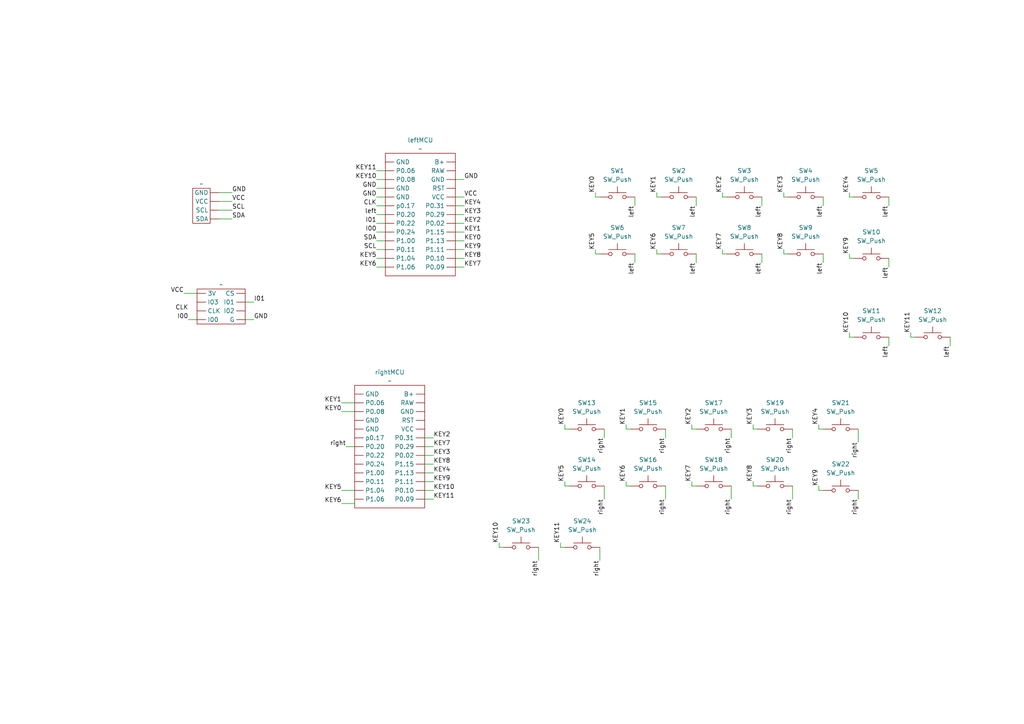
<source format=kicad_sch>
(kicad_sch (version 20250114) (generator "eeschema") (generator_version "9.0")
  (paper "A4")
  (lib_symbols
    (symbol "SuperMini_NRF52840_1"
      (property "Reference" "U" (at 0 0 0))
      (symbol "SuperMini_NRF52840_1_0_1"
        (rectangle (start -10.16 20.32) (end 10.16 -15.24))
      )
      (symbol "SuperMini_NRF52840_1_1_1"
        (pin bidirectional line (at -10.16 17.78 0) (length 2.54) (name "GND") (number ""))
        (pin bidirectional line (at -10.16 15.24 0) (length 2.54) (name "P0.06") (number ""))
        (pin bidirectional line (at -10.16 12.7 0) (length 2.54) (name "P0.08") (number ""))
        (pin bidirectional line (at -10.16 10.16 0) (length 2.54) (name "GND") (number ""))
        (pin bidirectional line (at -10.16 7.62 0) (length 2.54) (name "GND") (number ""))
        (pin bidirectional line (at -10.16 5.08 0) (length 2.54) (name "p0.17") (number ""))
        (pin bidirectional line (at -10.16 2.54 0) (length 2.54) (name "P0.20") (number ""))
        (pin bidirectional line (at -10.16 0 0) (length 2.54) (name "P0.22") (number ""))
        (pin bidirectional line (at -10.16 -2.54 0) (length 2.54) (name "P0.24") (number ""))
        (pin bidirectional line (at -10.16 -5.08 0) (length 2.54) (name "P1.00") (number ""))
        (pin bidirectional line (at -10.16 -7.62 0) (length 2.54) (name "P0.11") (number ""))
        (pin bidirectional line (at -10.16 -10.16 0) (length 2.54) (name "P1.04") (number ""))
        (pin bidirectional line (at -10.16 -12.7 0) (length 2.54) (name "P1.06") (number ""))
        (pin input line (at 10.16 17.78 180) (length 2.54) (name "B+") (number ""))
        (pin input line (at 10.16 15.24 180) (length 2.54) (name "RAW") (number ""))
        (pin bidirectional line (at 10.16 12.7 180) (length 2.54) (name "GND") (number ""))
        (pin bidirectional line (at 10.16 10.16 180) (length 2.54) (name "RST") (number ""))
        (pin output line (at 10.16 7.62 180) (length 2.54) (name "VCC") (number ""))
        (pin bidirectional line (at 10.16 5.08 180) (length 2.54) (name "P0.31") (number ""))
        (pin bidirectional line (at 10.16 2.54 180) (length 2.54) (name "P0.29") (number ""))
        (pin bidirectional line (at 10.16 0 180) (length 2.54) (name "P0.02") (number ""))
        (pin bidirectional line (at 10.16 -2.54 180) (length 2.54) (name "P1.15") (number ""))
        (pin bidirectional line (at 10.16 -5.08 180) (length 2.54) (name "P1.13") (number ""))
        (pin bidirectional line (at 10.16 -7.62 180) (length 2.54) (name "P1.11") (number ""))
        (pin bidirectional line (at 10.16 -10.16 180) (length 2.54) (name "P0.10") (number ""))
        (pin bidirectional line (at 10.16 -12.7 180) (length 2.54) (name "P0.09") (number ""))
      )
    )
    (symbol "Switch:SW_Push" (pin_numbers (hide yes)) (pin_names (offset 1.016) (hide yes))
      (property "Reference" "SW" (at 1.27 2.54 0))
      (property "Value" "SW_Push" (at 0 -1.524 0))
      (symbol "SW_Push_0_1"
        (circle (center -2.032 0) (radius 0.508))
        (polyline (pts (xy 0 1.27) (xy 0 3.048)))
        (circle (center 2.032 0) (radius 0.508))
        (polyline (pts (xy 2.54 1.27) (xy -2.54 1.27)))
        (pin passive line (at -5.08 0 0) (length 2.54) (name "1") (number "1"))
        (pin passive line (at 5.08 0 180) (length 2.54) (name "2") (number "2"))
      )
    )
    (symbol "split-clef:0.9_OLED"
      (symbol "0.9_OLED_0_1"
        (rectangle (start -3.81 3.81) (end 1.27 -6.35))
      )
      (symbol "0.9_OLED_1_1"
        (pin bidirectional line (at 3.81 2.54 180) (length 2.54) (name "GND") (number ""))
        (pin bidirectional line (at 3.81 0 180) (length 2.54) (name "VCC") (number ""))
        (pin bidirectional line (at 3.81 -2.54 180) (length 2.54) (name "SCL") (number ""))
        (pin bidirectional line (at 3.81 -5.08 180) (length 2.54) (name "SDA") (number ""))
      )
    )
    (symbol "split-clef:SuperMini_NRF52840"
      (property "Reference" "U" (at 0 0 0))
      (symbol "SuperMini_NRF52840_0_1"
        (rectangle (start -10.16 20.32) (end 10.16 -15.24))
      )
      (symbol "SuperMini_NRF52840_1_1"
        (pin bidirectional line (at -10.16 17.78 0) (length 2.54) (name "GND") (number ""))
        (pin bidirectional line (at -10.16 15.24 0) (length 2.54) (name "P0.06") (number ""))
        (pin bidirectional line (at -10.16 12.7 0) (length 2.54) (name "P0.08") (number ""))
        (pin bidirectional line (at -10.16 10.16 0) (length 2.54) (name "GND") (number ""))
        (pin bidirectional line (at -10.16 7.62 0) (length 2.54) (name "GND") (number ""))
        (pin bidirectional line (at -10.16 5.08 0) (length 2.54) (name "p0.17") (number ""))
        (pin bidirectional line (at -10.16 2.54 0) (length 2.54) (name "P0.20") (number ""))
        (pin bidirectional line (at -10.16 0 0) (length 2.54) (name "P0.22") (number ""))
        (pin bidirectional line (at -10.16 -2.54 0) (length 2.54) (name "P0.24") (number ""))
        (pin bidirectional line (at -10.16 -5.08 0) (length 2.54) (name "P1.00") (number ""))
        (pin bidirectional line (at -10.16 -7.62 0) (length 2.54) (name "P0.11") (number ""))
        (pin bidirectional line (at -10.16 -10.16 0) (length 2.54) (name "P1.04") (number ""))
        (pin bidirectional line (at -10.16 -12.7 0) (length 2.54) (name "P1.06") (number ""))
        (pin input line (at 10.16 17.78 180) (length 2.54) (name "B+") (number ""))
        (pin input line (at 10.16 15.24 180) (length 2.54) (name "RAW") (number ""))
        (pin bidirectional line (at 10.16 12.7 180) (length 2.54) (name "GND") (number ""))
        (pin bidirectional line (at 10.16 10.16 180) (length 2.54) (name "RST") (number ""))
        (pin output line (at 10.16 7.62 180) (length 2.54) (name "VCC") (number ""))
        (pin bidirectional line (at 10.16 5.08 180) (length 2.54) (name "P0.31") (number ""))
        (pin bidirectional line (at 10.16 2.54 180) (length 2.54) (name "P0.29") (number ""))
        (pin bidirectional line (at 10.16 0 180) (length 2.54) (name "P0.02") (number ""))
        (pin bidirectional line (at 10.16 -2.54 180) (length 2.54) (name "P1.15") (number ""))
        (pin bidirectional line (at 10.16 -5.08 180) (length 2.54) (name "P1.13") (number ""))
        (pin bidirectional line (at 10.16 -7.62 180) (length 2.54) (name "P1.11") (number ""))
        (pin bidirectional line (at 10.16 -10.16 180) (length 2.54) (name "P0.10") (number ""))
        (pin bidirectional line (at 10.16 -12.7 180) (length 2.54) (name "P0.09") (number ""))
      )
    )
    (symbol "split-clef:W25Q128"
      (symbol "W25Q128_0_1"
        (rectangle (start -6.35 6.35) (end 7.62 -3.81))
      )
      (symbol "W25Q128_1_1"
        (pin input line (at -6.35 5.08 0) (length 2.54) (name "3V") (number ""))
        (pin bidirectional line (at -6.35 2.54 0) (length 2.54) (name "I03") (number ""))
        (pin bidirectional line (at -6.35 0 0) (length 2.54) (name "CLK") (number ""))
        (pin bidirectional line (at -6.35 -2.54 0) (length 2.54) (name "I00") (number ""))
        (pin bidirectional line (at 7.62 5.08 180) (length 2.54) (name "CS") (number ""))
        (pin bidirectional line (at 7.62 2.54 180) (length 2.54) (name "I01") (number ""))
        (pin bidirectional line (at 7.62 0 180) (length 2.54) (name "I02") (number ""))
        (pin bidirectional line (at 7.62 -2.54 180) (length 2.54) (name "G") (number ""))
      )
    )
  )
  (wire (pts (xy 71.12 92.71) (xy 73.66 92.71)))
  (wire (pts (xy 246.38 74.93) (xy 247.65 74.93)))
  (wire (pts (xy 212.09 124.46) (xy 212.09 127)))
  (wire (pts (xy 201.93 57.15) (xy 201.93 59.69)))
  (wire (pts (xy 123.19 142.24) (xy 125.73 142.24)))
  (wire (pts (xy 99.06 116.84) (xy 102.87 116.84)))
  (wire (pts (xy 257.81 57.15) (xy 257.81 59.69)))
  (wire (pts (xy 237.49 140.97) (xy 237.49 142.24)))
  (wire (pts (xy 190.5 73.66) (xy 191.77 73.66)))
  (wire (pts (xy 123.19 129.54) (xy 125.73 129.54)))
  (wire (pts (xy 132.08 52.07) (xy 134.62 52.07)))
  (wire (pts (xy 123.19 144.78) (xy 125.73 144.78)))
  (wire (pts (xy 246.38 73.66) (xy 246.38 74.93)))
  (wire (pts (xy 227.33 73.66) (xy 228.6 73.66)))
  (wire (pts (xy 109.22 67.31) (xy 111.76 67.31)))
  (wire (pts (xy 212.09 140.97) (xy 212.09 144.78)))
  (wire (pts (xy 132.08 77.47) (xy 134.62 77.47)))
  (wire (pts (xy 229.87 124.46) (xy 229.87 127)))
  (wire (pts (xy 109.22 62.23) (xy 111.76 62.23)))
  (wire (pts (xy 209.55 57.15) (xy 210.82 57.15)))
  (wire (pts (xy 209.55 55.88) (xy 209.55 57.15)))
  (wire (pts (xy 257.81 97.79) (xy 257.81 100.33)))
  (wire (pts (xy 71.12 87.63) (xy 73.66 87.63)))
  (wire (pts (xy 172.72 55.88) (xy 172.72 57.15)))
  (wire (pts (xy 175.26 140.97) (xy 175.26 144.78)))
  (wire (pts (xy 218.44 140.97) (xy 219.71 140.97)))
  (wire (pts (xy 190.5 72.39) (xy 190.5 73.66)))
  (wire (pts (xy 201.93 73.66) (xy 201.93 76.2)))
  (wire (pts (xy 264.16 97.79) (xy 265.43 97.79)))
  (wire (pts (xy 162.56 158.75) (xy 163.83 158.75)))
  (wire (pts (xy 54.61 92.71) (xy 57.15 92.71)))
  (wire (pts (xy 132.08 62.23) (xy 134.62 62.23)))
  (wire (pts (xy 172.72 57.15) (xy 173.99 57.15)))
  (wire (pts (xy 246.38 97.79) (xy 247.65 97.79)))
  (wire (pts (xy 173.99 158.75) (xy 173.99 162.56)))
  (wire (pts (xy 109.22 77.47) (xy 111.76 77.47)))
  (wire (pts (xy 109.22 59.69) (xy 111.76 59.69)))
  (wire (pts (xy 200.66 140.97) (xy 201.93 140.97)))
  (wire (pts (xy 53.34 85.09) (xy 57.15 85.09)))
  (wire (pts (xy 132.08 67.31) (xy 134.62 67.31)))
  (wire (pts (xy 63.5 58.42) (xy 67.31 58.42)))
  (wire (pts (xy 246.38 57.15) (xy 247.65 57.15)))
  (wire (pts (xy 175.26 124.46) (xy 175.26 127)))
  (wire (pts (xy 237.49 123.19) (xy 237.49 124.46)))
  (wire (pts (xy 109.22 72.39) (xy 111.76 72.39)))
  (wire (pts (xy 181.61 123.19) (xy 181.61 124.46)))
  (wire (pts (xy 248.92 124.46) (xy 248.92 128.27)))
  (wire (pts (xy 200.66 124.46) (xy 201.93 124.46)))
  (wire (pts (xy 227.33 57.15) (xy 228.6 57.15)))
  (wire (pts (xy 248.92 142.24) (xy 248.92 144.78)))
  (wire (pts (xy 200.66 123.19) (xy 200.66 124.46)))
  (wire (pts (xy 109.22 74.93) (xy 111.76 74.93)))
  (wire (pts (xy 132.08 57.15) (xy 134.62 57.15)))
  (wire (pts (xy 209.55 72.39) (xy 209.55 73.66)))
  (wire (pts (xy 193.04 124.46) (xy 193.04 127)))
  (wire (pts (xy 163.83 139.7) (xy 163.83 140.97)))
  (wire (pts (xy 237.49 124.46) (xy 238.76 124.46)))
  (wire (pts (xy 163.83 140.97) (xy 165.1 140.97)))
  (wire (pts (xy 238.76 73.66) (xy 238.76 76.2)))
  (wire (pts (xy 227.33 55.88) (xy 227.33 57.15)))
  (wire (pts (xy 63.5 60.96) (xy 67.31 60.96)))
  (wire (pts (xy 209.55 73.66) (xy 210.82 73.66)))
  (wire (pts (xy 109.22 69.85) (xy 111.76 69.85)))
  (wire (pts (xy 190.5 57.15) (xy 191.77 57.15)))
  (wire (pts (xy 63.5 55.88) (xy 67.31 55.88)))
  (wire (pts (xy 246.38 55.88) (xy 246.38 57.15)))
  (wire (pts (xy 123.19 132.08) (xy 125.73 132.08)))
  (wire (pts (xy 237.49 142.24) (xy 238.76 142.24)))
  (wire (pts (xy 132.08 59.69) (xy 134.62 59.69)))
  (wire (pts (xy 132.08 64.77) (xy 134.62 64.77)))
  (wire (pts (xy 220.98 57.15) (xy 220.98 59.69)))
  (wire (pts (xy 109.22 64.77) (xy 111.76 64.77)))
  (wire (pts (xy 229.87 140.97) (xy 229.87 144.78)))
  (wire (pts (xy 109.22 57.15) (xy 111.76 57.15)))
  (wire (pts (xy 132.08 69.85) (xy 134.62 69.85)))
  (wire (pts (xy 123.19 134.62) (xy 125.73 134.62)))
  (wire (pts (xy 218.44 139.7) (xy 218.44 140.97)))
  (wire (pts (xy 184.15 73.66) (xy 184.15 76.2)))
  (wire (pts (xy 132.08 74.93) (xy 134.62 74.93)))
  (wire (pts (xy 200.66 139.7) (xy 200.66 140.97)))
  (wire (pts (xy 123.19 139.7) (xy 125.73 139.7)))
  (wire (pts (xy 238.76 57.15) (xy 238.76 59.69)))
  (wire (pts (xy 257.81 74.93) (xy 257.81 77.47)))
  (wire (pts (xy 63.5 63.5) (xy 67.31 63.5)))
  (wire (pts (xy 193.04 140.97) (xy 193.04 144.78)))
  (wire (pts (xy 109.22 54.61) (xy 111.76 54.61)))
  (wire (pts (xy 181.61 124.46) (xy 182.88 124.46)))
  (wire (pts (xy 102.87 146.05) (xy 102.87 144.78)))
  (wire (pts (xy 227.33 72.39) (xy 227.33 73.66)))
  (wire (pts (xy 163.83 124.46) (xy 165.1 124.46)))
  (wire (pts (xy 144.78 158.75) (xy 146.05 158.75)))
  (wire (pts (xy 144.78 157.48) (xy 144.78 158.75)))
  (wire (pts (xy 123.19 137.16) (xy 125.73 137.16)))
  (wire (pts (xy 264.16 96.52) (xy 264.16 97.79)))
  (wire (pts (xy 220.98 73.66) (xy 220.98 76.2)))
  (wire (pts (xy 99.06 119.38) (xy 102.87 119.38)))
  (wire (pts (xy 156.21 158.75) (xy 156.21 162.56)))
  (wire (pts (xy 246.38 96.52) (xy 246.38 97.79)))
  (wire (pts (xy 99.06 146.05) (xy 102.87 146.05)))
  (wire (pts (xy 218.44 124.46) (xy 219.71 124.46)))
  (wire (pts (xy 172.72 73.66) (xy 173.99 73.66)))
  (wire (pts (xy 172.72 72.39) (xy 172.72 73.66)))
  (wire (pts (xy 109.22 52.07) (xy 111.76 52.07)))
  (wire (pts (xy 109.22 49.53) (xy 111.76 49.53)))
  (wire (pts (xy 181.61 139.7) (xy 181.61 140.97)))
  (wire (pts (xy 100.33 129.54) (xy 102.87 129.54)))
  (wire (pts (xy 184.15 57.15) (xy 184.15 59.69)))
  (wire (pts (xy 99.06 142.24) (xy 102.87 142.24)))
  (wire (pts (xy 190.5 55.88) (xy 190.5 57.15)))
  (wire (pts (xy 123.19 127) (xy 125.73 127)))
  (wire (pts (xy 163.83 123.19) (xy 163.83 124.46)))
  (wire (pts (xy 218.44 123.19) (xy 218.44 124.46)))
  (wire (pts (xy 275.59 97.79) (xy 275.59 100.33)))
  (wire (pts (xy 132.08 72.39) (xy 134.62 72.39)))
  (wire (pts (xy 162.56 157.48) (xy 162.56 158.75)))
  (wire (pts (xy 181.61 140.97) (xy 182.88 140.97)))
  (label "left" (at 257.81 59.69 270))
  (label "KEY6" (at 181.61 139.7 90))
  (label "left" (at 220.98 76.2 270))
  (label "GND" (at 109.22 57.15 180))
  (label "KEY9" (at 246.38 73.66 90))
  (label "KEY11" (at 162.56 157.48 90))
  (label "KEY5" (at 172.72 72.39 90))
  (label "right" (at 193.04 127 270))
  (label "KEY6" (at 109.22 77.47 180))
  (label "KEY7" (at 200.66 139.7 90))
  (label "left" (at 184.15 76.2 270))
  (label "KEY11" (at 109.22 49.53 180))
  (label "KEY6" (at 99.06 146.05 180))
  (label "I01" (at 73.66 87.63 0))
  (label "KEY0" (at 99.06 119.38 180))
  (label "KEY11" (at 264.16 96.52 90))
  (label "KEY8" (at 125.73 134.62 0))
  (label "KEY7" (at 125.73 129.54 0))
  (label "KEY4" (at 134.62 59.69 0))
  (label "CLK" (at 54.61 90.17 180))
  (label "left" (at 220.98 59.69 270))
  (label "left" (at 257.81 100.33 270))
  (label "KEY3" (at 227.33 55.88 90))
  (label "left" (at 109.22 62.23 180))
  (label "left" (at 238.76 76.2 270))
  (label "I01" (at 109.22 64.77 180))
  (label "left" (at 201.93 59.69 270))
  (label "KEY7" (at 134.62 77.47 0))
  (label "I00" (at 109.22 67.31 180))
  (label "KEY7" (at 209.55 72.39 90))
  (label "KEY8" (at 218.44 139.7 90))
  (label "VCC" (at 53.34 85.09 180))
  (label "KEY1" (at 99.06 116.84 180))
  (label "CLK" (at 109.22 59.69 180))
  (label "SCL" (at 109.22 72.39 180))
  (label "KEY2" (at 200.66 123.19 90))
  (label "KEY10" (at 246.38 96.52 90))
  (label "right" (at 100.33 129.54 180))
  (label "GND" (at 67.31 55.88 0))
  (label "right" (at 175.26 144.78 270))
  (label "right" (at 229.87 144.78 270))
  (label "KEY10" (at 144.78 157.48 90))
  (label "left" (at 257.81 77.47 270))
  (label "GND" (at 109.22 54.61 180))
  (label "KEY11" (at 125.73 144.78 0))
  (label "left" (at 275.59 100.33 270))
  (label "GND" (at 73.66 92.71 0))
  (label "KEY0" (at 134.62 69.85 0))
  (label "KEY3" (at 134.62 62.23 0))
  (label "KEY8" (at 134.62 74.93 0))
  (label "KEY5" (at 109.22 74.93 180))
  (label "left" (at 238.76 59.69 270))
  (label "KEY2" (at 125.73 127 0))
  (label "I00" (at 54.61 92.71 180))
  (label "KEY8" (at 227.33 72.39 90))
  (label "right" (at 248.92 128.27 270))
  (label "KEY1" (at 181.61 123.19 90))
  (label "KEY9" (at 134.62 72.39 0))
  (label "right" (at 193.04 144.78 270))
  (label "GND" (at 134.62 52.07 0))
  (label "KEY1" (at 190.5 55.88 90))
  (label "KEY4" (at 237.49 123.19 90))
  (label "KEY2" (at 209.55 55.88 90))
  (label "KEY10" (at 125.73 142.24 0))
  (label "right" (at 173.99 162.56 270))
  (label "right" (at 212.09 127 270))
  (label "left" (at 184.15 59.69 270))
  (label "right" (at 229.87 127 270))
  (label "KEY5" (at 99.06 142.24 180))
  (label "KEY4" (at 125.73 137.16 0))
  (label "SCL" (at 67.31 60.96 0))
  (label "KEY6" (at 190.5 72.39 90))
  (label "VCC" (at 67.31 58.42 0))
  (label "right" (at 248.92 144.78 270))
  (label "KEY5" (at 163.83 139.7 90))
  (label "KEY2" (at 134.62 64.77 0))
  (label "right" (at 212.09 144.78 270))
  (label "KEY9" (at 237.49 140.97 90))
  (label "right" (at 156.21 162.56 270))
  (label "KEY9" (at 125.73 139.7 0))
  (label "SDA" (at 67.31 63.5 0))
  (label "KEY1" (at 134.62 67.31 0))
  (label "KEY3" (at 218.44 123.19 90))
  (label "KEY10" (at 109.22 52.07 180))
  (label "KEY3" (at 125.73 132.08 0))
  (label "KEY4" (at 246.38 55.88 90))
  (label "left" (at 201.93 76.2 270))
  (label "KEY0" (at 172.72 55.88 90))
  (label "SDA" (at 109.22 69.85 180))
  (label "KEY0" (at 163.83 123.19 90))
  (label "right" (at 175.26 127 270))
  (label "VCC" (at 134.62 57.15 0))
  (symbol (lib_id "Switch:SW_Push") (at 170.18 124.46 0) (unit 1)
    (property "Reference" "SW13" (at 170.18 116.84 0))
    (property "Value" "SW_Push" (at 170.18 119.38 0))
    (property "Description" "Push button switch, generic, two pins" (effects (hide yes)))
  )
  (symbol (lib_id "Switch:SW_Push") (at 207.01 140.97 0) (unit 1)
    (property "Reference" "SW18" (at 207.01 133.35 0))
    (property "Value" "SW_Push" (at 207.01 135.89 0))
    (property "Description" "Push button switch, generic, two pins" (effects (hide yes)))
  )
  (symbol (lib_id "Switch:SW_Push") (at 187.96 124.46 0) (unit 1)
    (property "Reference" "SW15" (at 187.96 116.84 0))
    (property "Value" "SW_Push" (at 187.96 119.38 0))
    (property "Description" "Push button switch, generic, two pins" (effects (hide yes)))
  )
  (symbol (lib_id "Switch:SW_Push") (at 224.79 140.97 0) (unit 1)
    (property "Reference" "SW20" (at 224.79 133.35 0))
    (property "Value" "SW_Push" (at 224.79 135.89 0))
    (property "Description" "Push button switch, generic, two pins" (effects (hide yes)))
  )
  (symbol (lib_id "split-clef:W25Q128") (at 63.5 90.17 0) (unit 1)
    (property "Reference" "U3" (effects (hide yes)))
    (property "Value" "~" (at 64.135 82.55 0))
  )
  (symbol (lib_id "Switch:SW_Push") (at 270.51 97.79 0) (unit 1)
    (property "Reference" "SW12" (at 270.51 90.17 0))
    (property "Value" "SW_Push" (at 270.51 92.71 0))
    (property "Description" "Push button switch, generic, two pins" (effects (hide yes)))
  )
  (symbol (lib_id "Switch:SW_Push") (at 170.18 140.97 0) (unit 1)
    (property "Reference" "SW14" (at 170.18 133.35 0))
    (property "Value" "SW_Push" (at 170.18 135.89 0))
    (property "Description" "Push button switch, generic, two pins" (effects (hide yes)))
  )
  (symbol (lib_id "Switch:SW_Push") (at 252.73 97.79 0) (unit 1)
    (property "Reference" "SW11" (at 252.73 90.17 0))
    (property "Value" "SW_Push" (at 252.73 92.71 0))
    (property "Description" "Push button switch, generic, two pins" (effects (hide yes)))
  )
  (symbol (lib_id "Switch:SW_Push") (at 215.9 57.15 0) (unit 1)
    (property "Reference" "SW3" (at 215.9 49.53 0))
    (property "Value" "SW_Push" (at 215.9 52.07 0))
    (property "Description" "Push button switch, generic, two pins" (effects (hide yes)))
  )
  (symbol (lib_id "Switch:SW_Push") (at 151.13 158.75 0) (unit 1)
    (property "Reference" "SW23" (at 151.13 151.13 0))
    (property "Value" "SW_Push" (at 151.13 153.67 0))
    (property "Description" "Push button switch, generic, two pins" (effects (hide yes)))
  )
  (symbol (lib_id "Switch:SW_Push") (at 243.84 142.24 0) (unit 1)
    (property "Reference" "SW22" (at 243.84 134.62 0))
    (property "Value" "SW_Push" (at 243.84 137.16 0))
    (property "Description" "Push button switch, generic, two pins" (effects (hide yes)))
  )
  (symbol (lib_id "Switch:SW_Push") (at 224.79 124.46 0) (unit 1)
    (property "Reference" "SW19" (at 224.79 116.84 0))
    (property "Value" "SW_Push" (at 224.79 119.38 0))
    (property "Description" "Push button switch, generic, two pins" (effects (hide yes)))
  )
  (symbol (lib_id "Switch:SW_Push") (at 215.9 73.66 0) (unit 1)
    (property "Reference" "SW8" (at 215.9 66.04 0))
    (property "Value" "SW_Push" (at 215.9 68.58 0))
    (property "Description" "Push button switch, generic, two pins" (effects (hide yes)))
  )
  (symbol (lib_id "Switch:SW_Push") (at 196.85 73.66 0) (unit 1)
    (property "Reference" "SW7" (at 196.85 66.04 0))
    (property "Value" "SW_Push" (at 196.85 68.58 0))
    (property "Description" "Push button switch, generic, two pins" (effects (hide yes)))
  )
  (symbol (lib_name "SuperMini_NRF52840_1") (lib_id "split-clef:SuperMini_NRF52840") (at 113.03 132.08 0) (unit 1)
    (property "Reference" "rightMCU" (at 113.03 107.95 0))
    (property "Value" "~" (at 113.03 110.49 0))
  )
  (symbol (lib_id "Switch:SW_Push") (at 179.07 57.15 0) (unit 1)
    (property "Reference" "SW1" (at 179.07 49.53 0))
    (property "Value" "SW_Push" (at 179.07 52.07 0))
    (property "Description" "Push button switch, generic, two pins" (effects (hide yes)))
  )
  (symbol (lib_id "Switch:SW_Push") (at 243.84 124.46 0) (unit 1)
    (property "Reference" "SW21" (at 243.84 116.84 0))
    (property "Value" "SW_Push" (at 243.84 119.38 0))
    (property "Description" "Push button switch, generic, two pins" (effects (hide yes)))
  )
  (symbol (lib_id "Switch:SW_Push") (at 168.91 158.75 0) (unit 1)
    (property "Reference" "SW24" (at 168.91 151.13 0))
    (property "Value" "SW_Push" (at 168.91 153.67 0))
    (property "Description" "Push button switch, generic, two pins" (effects (hide yes)))
  )
  (symbol (lib_id "split-clef:0.9_OLED") (at 59.69 58.42 0) (unit 1)
    (property "Reference" "U2" (effects (hide yes)))
    (property "Value" "~" (at 58.42 53.34 0))
  )
  (symbol (lib_id "Switch:SW_Push") (at 252.73 74.93 0) (unit 1)
    (property "Reference" "SW10" (at 252.73 67.31 0))
    (property "Value" "SW_Push" (at 252.73 69.85 0))
    (property "Description" "Push button switch, generic, two pins" (effects (hide yes)))
  )
  (symbol (lib_id "Switch:SW_Push") (at 233.68 73.66 0) (unit 1)
    (property "Reference" "SW9" (at 233.68 66.04 0))
    (property "Value" "SW_Push" (at 233.68 68.58 0))
    (property "Description" "Push button switch, generic, two pins" (effects (hide yes)))
  )
  (symbol (lib_id "Switch:SW_Push") (at 179.07 73.66 0) (unit 1)
    (property "Reference" "SW6" (at 179.07 66.04 0))
    (property "Value" "SW_Push" (at 179.07 68.58 0))
    (property "Description" "Push button switch, generic, two pins" (effects (hide yes)))
  )
  (symbol (lib_id "Switch:SW_Push") (at 207.01 124.46 0) (unit 1)
    (property "Reference" "SW17" (at 207.01 116.84 0))
    (property "Value" "SW_Push" (at 207.01 119.38 0))
    (property "Description" "Push button switch, generic, two pins" (effects (hide yes)))
  )
  (symbol (lib_id "Switch:SW_Push") (at 187.96 140.97 0) (unit 1)
    (property "Reference" "SW16" (at 187.96 133.35 0))
    (property "Value" "SW_Push" (at 187.96 135.89 0))
    (property "Description" "Push button switch, generic, two pins" (effects (hide yes)))
  )
  (symbol (lib_id "Switch:SW_Push") (at 196.85 57.15 0) (unit 1)
    (property "Reference" "SW2" (at 196.85 49.53 0))
    (property "Value" "SW_Push" (at 196.85 52.07 0))
    (property "Description" "Push button switch, generic, two pins" (effects (hide yes)))
  )
  (symbol (lib_id "split-clef:SuperMini_NRF52840") (at 121.92 64.77 0) (unit 1)
    (property "Reference" "leftMCU" (at 121.92 40.64 0))
    (property "Value" "~" (at 121.92 43.18 0))
  )
  (symbol (lib_id "Switch:SW_Push") (at 252.73 57.15 0) (unit 1)
    (property "Reference" "SW5" (at 252.73 49.53 0))
    (property "Value" "SW_Push" (at 252.73 52.07 0))
    (property "Description" "Push button switch, generic, two pins" (effects (hide yes)))
  )
  (symbol (lib_id "Switch:SW_Push") (at 233.68 57.15 0) (unit 1)
    (property "Reference" "SW4" (at 233.68 49.53 0))
    (property "Value" "SW_Push" (at 233.68 52.07 0))
    (property "Description" "Push button switch, generic, two pins" (effects (hide yes)))
  )
)
</source>
